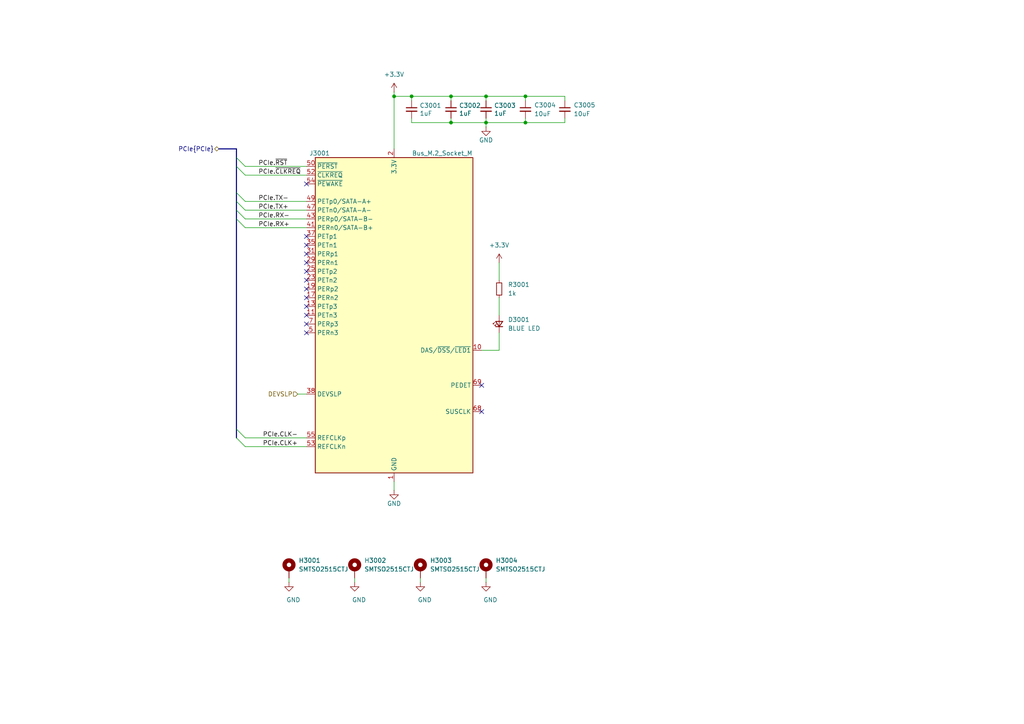
<source format=kicad_sch>
(kicad_sch (version 20250114) (generator "eeschema") (generator_version "9.0")
  (paper "A4")
  (title_block (title "HALPI2") (date "2025-01-26") (rev "v0.0.1") (company "Hat Labs Oy") (comment 1 "https://ohwr.org/cern_ohl_s_v2.pdf") (comment 2 "To view a copy of this license, visit ") (comment 3 "HALPI2 is licensed under CERN-OHL-S v2."))
  (lib_symbols
    (symbol "Device:C_Small" (pin_numbers (hide yes)) (pin_names (offset 0.254) (hide yes))
      (property "Reference" "C" (at 0.254 1.778 0))
      (property "Value" "C_Small" (at 0.254 -2.032 0))
      (symbol "C_Small_0_1"
        (polyline (pts (xy -1.524 0.508) (xy 1.524 0.508)) (stroke (width 0.3048)))
        (polyline (pts (xy -1.524 -0.508) (xy 1.524 -0.508)) (stroke (width 0.3302)))
      )
      (symbol "C_Small_1_1"
        (pin passive line (at 0 2.54 270) (length 2.032) (name "~") (number "1"))
        (pin passive line (at 0 -2.54 90) (length 2.032) (name "~") (number "2"))
      )
    )
    (symbol "Device:LED_Small" (pin_numbers (hide yes)) (pin_names (offset 0.254) (hide yes))
      (property "Reference" "D" (at -1.27 3.175 0))
      (property "Value" "LED_Small" (at -4.445 -2.54 0))
      (symbol "LED_Small_0_1"
        (polyline (pts (xy -0.762 -1.016) (xy -0.762 1.016)) (stroke (width 0.254)))
        (polyline (pts (xy 0 0.762) (xy -0.508 1.27) (xy -0.254 1.27) (xy -0.508 1.27) (xy -0.508 1.016)))
        (polyline (pts (xy 0.508 1.27) (xy 0 1.778) (xy 0.254 1.778) (xy 0 1.778) (xy 0 1.524)))
        (polyline (pts (xy 0.762 -1.016) (xy -0.762 0) (xy 0.762 1.016) (xy 0.762 -1.016)) (stroke (width 0.254)))
        (polyline (pts (xy 1.016 0) (xy -0.762 0)))
      )
      (symbol "LED_Small_1_1"
        (pin passive line (at -2.54 0 0) (length 1.778) (name "K") (number "1"))
        (pin passive line (at 2.54 0 180) (length 1.778) (name "A") (number "2"))
      )
    )
    (symbol "Device:R_Small" (pin_numbers (hide yes)) (pin_names (offset 0.254) (hide yes))
      (property "Reference" "R" (at 0.762 0.508 0))
      (property "Value" "R_Small" (at 0.762 -1.016 0))
      (symbol "R_Small_0_1"
        (rectangle (start -0.762 1.778) (end 0.762 -1.778) (stroke (width 0.2032)))
      )
      (symbol "R_Small_1_1"
        (pin passive line (at 0 2.54 270) (length 0.762) (name "~") (number "1"))
        (pin passive line (at 0 -2.54 90) (length 0.762) (name "~") (number "2"))
      )
    )
    (symbol "Hatlabs:Bus_M.2_Socket_M"
      (property "Reference" "J" (at -22.86 46.99 0))
      (property "Value" "Bus_M.2_Socket_M" (at 16.51 46.99 0))
      (symbol "Bus_M.2_Socket_M_0_1"
        (rectangle (start -22.86 45.72) (end 22.86 -45.72) (stroke (width 0.254)) (fill (type background)))
      )
      (symbol "Bus_M.2_Socket_M_1_1"
        (pin input line (at -25.4 43.18 0) (length 2.54) (name "~{PERST}") (number "50"))
        (pin bidirectional line (at -25.4 40.64 0) (length 2.54) (name "~{CLKREQ}") (number "52"))
        (pin bidirectional line (at -25.4 38.1 0) (length 2.54) (name "~{PEWAKE}") (number "54"))
        (pin input line (at -25.4 33.02 0) (length 2.54) (name "PETp0/SATA-A+") (number "49"))
        (pin input line (at -25.4 30.48 0) (length 2.54) (name "PETn0/SATA-A-") (number "47"))
        (pin output line (at -25.4 27.94 0) (length 2.54) (name "PERp0/SATA-B-") (number "43"))
        (pin output line (at -25.4 25.4 0) (length 2.54) (name "PERn0/SATA-B+") (number "41"))
        (pin input line (at -25.4 22.86 0) (length 2.54) (name "PETp1") (number "37"))
        (pin input line (at -25.4 20.32 0) (length 2.54) (name "PETn1") (number "35"))
        (pin output line (at -25.4 17.78 0) (length 2.54) (name "PERp1") (number "31"))
        (pin output line (at -25.4 15.24 0) (length 2.54) (name "PERn1") (number "29"))
        (pin input line (at -25.4 12.7 0) (length 2.54) (name "PETp2") (number "25"))
        (pin input line (at -25.4 10.16 0) (length 2.54) (name "PETn2") (number "23"))
        (pin output line (at -25.4 7.62 0) (length 2.54) (name "PERp2") (number "19"))
        (pin output line (at -25.4 5.08 0) (length 2.54) (name "PERn2") (number "17"))
        (pin input line (at -25.4 2.54 0) (length 2.54) (name "PETp3") (number "13"))
        (pin input line (at -25.4 0 0) (length 2.54) (name "PETn3") (number "11"))
        (pin output line (at -25.4 -2.54 0) (length 2.54) (name "PERp3") (number "7"))
        (pin output line (at -25.4 -5.08 0) (length 2.54) (name "PERn3") (number "5"))
        (pin output line (at -25.4 -22.86 0) (length 2.54) (name "DEVSLP") (number "38"))
        (pin input line (at -25.4 -35.56 0) (length 2.54) (name "REFCLKp") (number "55"))
        (pin input line (at -25.4 -38.1 0) (length 2.54) (name "REFCLKn") (number "53"))
        (pin passive line (at 0 48.26 270) (length 2.54) (hide yes) (name "3.3V") (number "12"))
        (pin passive line (at 0 48.26 270) (length 2.54) (hide yes) (name "3.3V") (number "14"))
        (pin passive line (at 0 48.26 270) (length 2.54) (hide yes) (name "3.3V") (number "16"))
        (pin passive line (at 0 48.26 270) (length 2.54) (hide yes) (name "3.3V") (number "18"))
        (pin power_in line (at 0 48.26 270) (length 2.54) (name "3.3V") (number "2"))
        (pin passive line (at 0 48.26 270) (length 2.54) (hide yes) (name "3.3V") (number "4"))
        (pin passive line (at 0 48.26 270) (length 2.54) (hide yes) (name "3.3V") (number "70"))
        (pin passive line (at 0 48.26 270) (length 2.54) (hide yes) (name "3.3V") (number "72"))
        (pin passive line (at 0 48.26 270) (length 2.54) (hide yes) (name "3.3V") (number "74"))
        (pin power_in line (at 0 -48.26 90) (length 2.54) (name "GND") (number "1"))
        (pin passive line (at 0 -48.26 90) (length 2.54) (hide yes) (name "GND") (number "15"))
        (pin passive line (at 0 -48.26 90) (length 2.54) (hide yes) (name "GND") (number "21"))
        (pin passive line (at 0 -48.26 90) (length 2.54) (hide yes) (name "GND") (number "27"))
        (pin passive line (at 0 -48.26 90) (length 2.54) (hide yes) (name "GND") (number "3"))
        (pin passive line (at 0 -48.26 90) (length 2.54) (hide yes) (name "GND") (number "33"))
        (pin passive line (at 0 -48.26 90) (length 2.54) (hide yes) (name "GND") (number "39"))
        (pin passive line (at 0 -48.26 90) (length 2.54) (hide yes) (name "GND") (number "45"))
        (pin passive line (at 0 -48.26 90) (length 2.54) (hide yes) (name "GND") (number "51"))
        (pin passive line (at 0 -48.26 90) (length 2.54) (hide yes) (name "GND") (number "57"))
        (pin passive line (at 0 -48.26 90) (length 2.54) (hide yes) (name "GND") (number "71"))
        (pin passive line (at 0 -48.26 90) (length 2.54) (hide yes) (name "GND") (number "73"))
        (pin passive line (at 0 -48.26 90) (length 2.54) (hide yes) (name "GND") (number "75"))
        (pin passive line (at 0 -48.26 90) (length 2.54) (hide yes) (name "GND") (number "9"))
        (pin power_in line (at 0 -48.26 90) (length 2.54) (hide yes) (name "GND") (number "MP"))
        (pin no_connect line (at 22.86 40.64 180) (length 2.54) (hide yes) (name "NC") (number "58"))
        (pin no_connect line (at 22.86 38.1 180) (length 2.54) (hide yes) (name "NC") (number "56"))
        (pin no_connect line (at 22.86 35.56 180) (length 2.54) (hide yes) (name "NC") (number "48"))
        (pin no_connect line (at 22.86 33.02 180) (length 2.54) (hide yes) (name "NC") (number "46"))
        (pin no_connect line (at 22.86 30.48 180) (length 2.54) (hide yes) (name "NC") (number "44"))
        (pin no_connect line (at 22.86 27.94 180) (length 2.54) (hide yes) (name "NC") (number "42"))
        (pin no_connect line (at 22.86 25.4 180) (length 2.54) (hide yes) (name "NC") (number "40"))
        (pin no_connect line (at 22.86 22.86 180) (length 2.54) (hide yes) (name "NC") (number "36"))
        (pin no_connect line (at 22.86 20.32 180) (length 2.54) (hide yes) (name "NC") (number "34"))
        (pin no_connect line (at 22.86 17.78 180) (length 2.54) (hide yes) (name "NC") (number "32"))
        (pin no_connect line (at 22.86 15.24 180) (length 2.54) (hide yes) (name "NC") (number "30"))
        (pin no_connect line (at 22.86 12.7 180) (length 2.54) (hide yes) (name "NC") (number "28"))
        (pin no_connect line (at 22.86 10.16 180) (length 2.54) (hide yes) (name "NC") (number "26"))
        (pin no_connect line (at 22.86 7.62 180) (length 2.54) (hide yes) (name "NC") (number "24"))
        (pin no_connect line (at 22.86 5.08 180) (length 2.54) (hide yes) (name "NC") (number "22"))
        (pin no_connect line (at 22.86 2.54 180) (length 2.54) (hide yes) (name "NC") (number "20"))
        (pin no_connect line (at 22.86 0 180) (length 2.54) (hide yes) (name "NC") (number "8"))
        (pin no_connect line (at 22.86 -2.54 180) (length 2.54) (hide yes) (name "NC") (number "6"))
        (pin no_connect line (at 22.86 -5.08 180) (length 2.54) (hide yes) (name "NC") (number "67"))
        (pin bidirectional line (at 25.4 -10.16 180) (length 2.54) (name "DAS/~{DSS}/~{LED1}") (number "10"))
        (pin passive line (at 25.4 -20.32 180) (length 2.54) (name "PEDET") (number "69"))
        (pin output line (at 25.4 -27.94 180) (length 2.54) (name "SUSCLK") (number "68"))
      )
    )
    (symbol "Mechanical:MountingHole_Pad" (pin_numbers (hide yes)) (pin_names (offset 1.016) (hide yes)) (exclude_from_sim yes) (in_bom no)
      (property "Reference" "H" (at 0 6.35 0))
      (property "Value" "MountingHole_Pad" (at 0 4.445 0))
      (symbol "MountingHole_Pad_0_1"
        (circle (center 0 1.27) (radius 1.27) (stroke (width 1.27)))
      )
      (symbol "MountingHole_Pad_1_1"
        (pin input line (at 0 -2.54 90) (length 2.54) (name "1") (number "1"))
      )
    )
    (symbol "power:+3.3V" (power) (pin_numbers (hide yes)) (pin_names (offset 0) (hide yes))
      (property "Value" "+3.3V" (at 0 3.556 0))
      (symbol "+3.3V_0_1"
        (polyline (pts (xy -0.762 1.27) (xy 0 2.54)))
        (polyline (pts (xy 0 2.54) (xy 0.762 1.27)))
        (polyline (pts (xy 0 0) (xy 0 2.54)))
      )
      (symbol "+3.3V_1_1"
        (pin power_in line (at 0 0 90) (length 0) (name "~") (number "1"))
      )
    )
    (symbol "power:GND" (power) (pin_numbers (hide yes)) (pin_names (offset 0) (hide yes))
      (property "Value" "GND" (at 0 -3.81 0))
      (symbol "GND_0_1"
        (polyline (pts (xy 0 0) (xy 0 -1.27) (xy 1.27 -1.27) (xy 0 -2.54) (xy -1.27 -1.27) (xy 0 -1.27)))
      )
      (symbol "GND_1_1"
        (pin power_in line (at 0 0 270) (length 0) (name "~") (number "1"))
      )
    )
  )
  (junction (at 114.3 27.94))
  (junction (at 152.4 35.56))
  (junction (at 119.38 27.94) (diameter 0.9144))
  (junction (at 130.81 27.94) (diameter 0.9144))
  (junction (at 152.4 27.94))
  (junction (at 130.81 35.56) (diameter 0.9144))
  (junction (at 140.97 35.56))
  (junction (at 140.97 27.94))
  (no_connect (at 139.7 111.76))
  (no_connect (at 88.9 91.44))
  (no_connect (at 139.7 119.38))
  (no_connect (at 88.9 96.52))
  (no_connect (at 88.9 76.2))
  (no_connect (at 88.9 88.9))
  (no_connect (at 88.9 71.12))
  (no_connect (at 88.9 78.74))
  (no_connect (at 88.9 68.58))
  (no_connect (at 88.9 93.98))
  (no_connect (at 88.9 86.36))
  (no_connect (at 88.9 53.34))
  (no_connect (at 88.9 83.82))
  (no_connect (at 88.9 81.28))
  (no_connect (at 88.9 73.66))
  (bus_entry (at 68.58 45.72) (size 2.54 2.54) (stroke (width 0.1524)))
  (bus_entry (at 68.58 63.5) (size 2.54 2.54) (stroke (width 0.1524)))
  (bus_entry (at 68.58 127) (size 2.54 2.54) (stroke (width 0.1524)))
  (bus_entry (at 68.58 124.46) (size 2.54 2.54) (stroke (width 0.1524)))
  (bus_entry (at 68.58 60.96) (size 2.54 2.54) (stroke (width 0.1524)))
  (bus_entry (at 68.58 58.42) (size 2.54 2.54) (stroke (width 0.1524)))
  (bus_entry (at 68.58 55.88) (size 2.54 2.54) (stroke (width 0.1524)))
  (bus_entry (at 68.58 48.26) (size 2.54 2.54) (stroke (width 0.1524)))
  (wire (pts (xy 130.81 34.29) (xy 130.81 35.56)))
  (wire (pts (xy 140.97 27.94) (xy 140.97 29.21)))
  (wire (pts (xy 130.81 27.94) (xy 130.81 29.21)))
  (wire (pts (xy 121.92 168.91) (xy 121.92 167.64)))
  (wire (pts (xy 140.97 35.56) (xy 140.97 36.83)))
  (wire (pts (xy 144.78 96.52) (xy 144.78 101.6)))
  (wire (pts (xy 114.3 26.67) (xy 114.3 27.94)))
  (wire (pts (xy 71.12 58.42) (xy 88.9 58.42)))
  (wire (pts (xy 119.38 27.94) (xy 119.38 29.21)))
  (wire (pts (xy 114.3 27.94) (xy 119.38 27.94)))
  (wire (pts (xy 71.12 60.96) (xy 88.9 60.96)))
  (wire (pts (xy 139.7 101.6) (xy 144.78 101.6)))
  (wire (pts (xy 71.12 66.04) (xy 88.9 66.04)))
  (wire (pts (xy 71.12 127) (xy 88.9 127)))
  (wire (pts (xy 119.38 27.94) (xy 130.81 27.94)))
  (wire (pts (xy 130.81 27.94) (xy 140.97 27.94)))
  (bus (pts (xy 63.5 43.18) (xy 68.58 43.18)))
  (wire (pts (xy 144.78 86.36) (xy 144.78 91.44)))
  (wire (pts (xy 140.97 34.29) (xy 140.97 35.56)))
  (wire (pts (xy 140.97 168.91) (xy 140.97 167.64)))
  (wire (pts (xy 86.36 114.3) (xy 88.9 114.3)))
  (wire (pts (xy 163.83 34.29) (xy 163.83 35.56)))
  (wire (pts (xy 119.38 34.29) (xy 119.38 35.56)))
  (wire (pts (xy 71.12 63.5) (xy 88.9 63.5)))
  (wire (pts (xy 114.3 139.7) (xy 114.3 142.24)))
  (wire (pts (xy 163.83 29.21) (xy 163.83 27.94)))
  (wire (pts (xy 71.12 129.54) (xy 88.9 129.54)))
  (wire (pts (xy 130.81 35.56) (xy 140.97 35.56)))
  (wire (pts (xy 119.38 35.56) (xy 130.81 35.56)))
  (wire (pts (xy 83.82 168.91) (xy 83.82 167.64)))
  (wire (pts (xy 152.4 35.56) (xy 140.97 35.56)))
  (wire (pts (xy 144.78 76.2) (xy 144.78 81.28)))
  (wire (pts (xy 152.4 27.94) (xy 140.97 27.94)))
  (wire (pts (xy 114.3 27.94) (xy 114.3 43.18)))
  (wire (pts (xy 152.4 34.29) (xy 152.4 35.56)))
  (wire (pts (xy 163.83 27.94) (xy 152.4 27.94)))
  (bus (pts (xy 68.58 55.88) (xy 68.58 58.42)))
  (bus (pts (xy 68.58 58.42) (xy 68.58 60.96)))
  (bus (pts (xy 68.58 60.96) (xy 68.58 63.5)))
  (bus (pts (xy 68.58 43.18) (xy 68.58 45.72)))
  (bus (pts (xy 68.58 45.72) (xy 68.58 48.26)))
  (bus (pts (xy 68.58 48.26) (xy 68.58 55.88)))
  (bus (pts (xy 68.58 63.5) (xy 68.58 124.46)))
  (bus (pts (xy 68.58 124.46) (xy 68.58 127)))
  (wire (pts (xy 71.12 48.26) (xy 88.9 48.26)))
  (wire (pts (xy 71.12 50.8) (xy 88.9 50.8)))
  (wire (pts (xy 102.87 168.91) (xy 102.87 167.64)))
  (wire (pts (xy 163.83 35.56) (xy 152.4 35.56)))
  (wire (pts (xy 152.4 27.94) (xy 152.4 29.21)))
  (label "PCIe.CLK-" (at 76.2 127 0))
  (label "PCIe.~{CLKREQ}" (at 74.93 50.8 0))
  (label "PCIe.RX-" (at 74.93 63.5 0))
  (label "PCIe.RX+" (at 74.93 66.04 0))
  (label "PCIe.TX-" (at 74.93 58.42 0))
  (label "PCIe.~{RST}" (at 74.93 48.26 0))
  (label "PCIe.TX+" (at 74.93 60.96 0))
  (label "PCIe.CLK+" (at 76.2 129.54 0))
  (hierarchical_label "PCIe{PCIe}" (shape bidirectional) (at 63.5 43.18 180))
  (hierarchical_label "DEVSLP" (shape input) (at 86.36 114.3 180))
  (symbol (lib_id "Device:C_Small") (at 119.38 31.75 0) (unit 1)
    (property "Reference" "C3001" (at 121.7042 30.6006 0) (effects (justify left)))
    (property "Value" "1uF" (at 121.704 32.899 0) (effects (justify left)))
    (property "Footprint" "Capacitor_SMD:C_0402_1005Metric" (effects (hide yes)))
    (property "Description" "Unpolarized capacitor, small symbol" (effects (hide yes)))
    (property "LCSC" "C52923" (effects (hide yes)))
  )
  (symbol (lib_id "Device:C_Small") (at 130.81 31.75 0) (unit 1)
    (property "Reference" "C3002" (at 133.1342 30.6006 0) (effects (justify left)))
    (property "Value" "1uF" (at 133.134 32.899 0) (effects (justify left)))
    (property "Footprint" "Capacitor_SMD:C_0402_1005Metric" (effects (hide yes)))
    (property "Description" "Unpolarized capacitor, small symbol" (effects (hide yes)))
    (property "LCSC" "C52923" (effects (hide yes)))
  )
  (symbol (lib_id "Hatlabs:Bus_M.2_Socket_M") (at 114.3 91.44 0) (unit 1)
    (property "Reference" "J3001" (at 92.71 44.45 0))
    (property "Value" "Bus_M.2_Socket_M" (at 128.27 44.45 0))
    (property "Footprint" "Hatlabs:M.2_M-Key_Socket" (effects (hide yes)))
    (property "Datasheet" "https://web.archive.org/web/20200613074028/http://read.pudn.com/downloads794/doc/project/3133918/PCIe_M.2_Electromechanical_Spec_Rev1.0_Final_11012013_RS_Clean.pdf#page=155" (effects (hide yes)))
    (property "Description" "M.2 Socket 3 Mechanical Key M" (effects (hide yes)))
    (property "LCSC" "C2832351" (effects (hide yes)))
    (property "Component Class" "fine_pitch" (effects (hide yes)))
  )
  (symbol (lib_id "Device:LED_Small") (at 144.78 93.98 90) (unit 1)
    (property "Reference" "D3001" (at 147.32 92.71 90) (effects (justify right)))
    (property "Value" "BLUE LED" (at 147.32 95.25 90) (effects (justify right)))
    (property "Footprint" "LED_SMD:LED_0603_1608Metric" (effects (hide yes)))
    (property "Description" "Light emitting diode, small symbol" (effects (hide yes)))
    (property "LCSC" "C84266" (effects (hide yes)))
    (property "Sim.Pin" "1=K 2=A" (effects (hide yes)))
  )
  (symbol (lib_id "Device:C_Small") (at 163.83 31.75 0) (unit 1)
    (property "Reference" "C3005" (at 166.37 30.4862 0) (effects (justify left)))
    (property "Value" "10uF" (at 166.37 33.0262 0) (effects (justify left)))
    (property "Footprint" "Capacitor_SMD:C_0805_2012Metric" (effects (hide yes)))
    (property "Description" "Unpolarized capacitor, small symbol" (effects (hide yes)))
    (property "LCSC" "C15850" (effects (hide yes)))
  )
  (symbol (lib_id "power:GND") (at 102.87 168.91 0) (unit 1)
    (property "Reference" "#PWR03002" (effects (hide yes)))
    (property "Value" "GND" (at 104.14 173.99 0))
    (property "Description" "Power symbol creates a global label with name \"GND\" , ground" (effects (hide yes)))
  )
  (symbol (lib_id "Mechanical:MountingHole_Pad") (at 83.82 165.1 0) (unit 1)
    (property "Reference" "H3001" (at 86.614 162.5599 0) (effects (justify left)))
    (property "Value" "SMTSO2515CTJ" (at 86.614 165.0999 0) (effects (justify left)))
    (property "Footprint" "Hatlabs:SMTSO2515CTJ" (effects (hide yes)))
    (property "Description" "Mounting Hole with connection" (effects (hide yes)))
    (property "LCSC" "C2915629" (effects (hide yes)))
  )
  (symbol (lib_id "Mechanical:MountingHole_Pad") (at 140.97 165.1 0) (unit 1)
    (property "Reference" "H3004" (at 143.764 162.5599 0) (effects (justify left)))
    (property "Value" "SMTSO2515CTJ" (at 143.764 165.0999 0) (effects (justify left)))
    (property "Footprint" "Hatlabs:SMTSO2515CTJ" (effects (hide yes)))
    (property "Description" "Mounting Hole with connection" (effects (hide yes)))
    (property "LCSC" "C2915629" (effects (hide yes)))
  )
  (symbol (lib_id "Device:C_Small") (at 140.97 31.75 0) (unit 1)
    (property "Reference" "C3003" (at 143.2942 30.6006 0) (effects (justify left)))
    (property "Value" "1uF" (at 143.294 32.899 0) (effects (justify left)))
    (property "Footprint" "Capacitor_SMD:C_0402_1005Metric" (effects (hide yes)))
    (property "Description" "Unpolarized capacitor, small symbol" (effects (hide yes)))
    (property "LCSC" "C52923" (effects (hide yes)))
  )
  (symbol (lib_id "power:+3.3V") (at 144.78 76.2 0) (unit 1)
    (property "Reference" "#PWR03008" (effects (hide yes)))
    (property "Value" "+3.3V" (at 144.78 71.12 0))
    (property "Description" "Power symbol creates a global label with name \"+3.3V\"" (effects (hide yes)))
  )
  (symbol (lib_id "power:+3.3V") (at 114.3 26.67 0) (unit 1)
    (property "Reference" "#PWR03003" (effects (hide yes)))
    (property "Value" "+3.3V" (at 114.3 21.59 0))
    (property "Description" "Power symbol creates a global label with name \"+3.3V\"" (effects (hide yes)))
  )
  (symbol (lib_id "Device:R_Small") (at 144.78 83.82 0) (unit 1)
    (property "Reference" "R3001" (at 147.32 82.55 0) (effects (justify left)))
    (property "Value" "1k" (at 147.32 85.09 0) (effects (justify left)))
    (property "Footprint" "Resistor_SMD:R_0402_1005Metric" (effects (hide yes)))
    (property "Description" "Resistor, small symbol" (effects (hide yes)))
    (property "LCSC" "C11702" (effects (hide yes)))
  )
  (symbol (lib_id "power:GND") (at 140.97 36.83 0) (unit 1)
    (property "Reference" "#PWR03006" (effects (hide yes)))
    (property "Value" "GND" (at 140.97 40.64 0))
    (property "Description" "Power symbol creates a global label with name \"GND\" , ground" (effects (hide yes)))
  )
  (symbol (lib_id "Mechanical:MountingHole_Pad") (at 102.87 165.1 0) (unit 1)
    (property "Reference" "H3002" (at 105.664 162.5599 0) (effects (justify left)))
    (property "Value" "SMTSO2515CTJ" (at 105.664 165.0999 0) (effects (justify left)))
    (property "Footprint" "Hatlabs:SMTSO2515CTJ" (effects (hide yes)))
    (property "Description" "Mounting Hole with connection" (effects (hide yes)))
    (property "LCSC" "C2915629" (effects (hide yes)))
  )
  (symbol (lib_id "power:GND") (at 140.97 168.91 0) (unit 1)
    (property "Reference" "#PWR03007" (effects (hide yes)))
    (property "Value" "GND" (at 142.24 173.99 0))
    (property "Description" "Power symbol creates a global label with name \"GND\" , ground" (effects (hide yes)))
  )
  (symbol (lib_id "Mechanical:MountingHole_Pad") (at 121.92 165.1 0) (unit 1)
    (property "Reference" "H3003" (at 124.714 162.5599 0) (effects (justify left)))
    (property "Value" "SMTSO2515CTJ" (at 124.714 165.0999 0) (effects (justify left)))
    (property "Footprint" "Hatlabs:SMTSO2515CTJ" (effects (hide yes)))
    (property "Description" "Mounting Hole with connection" (effects (hide yes)))
    (property "LCSC" "C2915629" (effects (hide yes)))
  )
  (symbol (lib_id "power:GND") (at 121.92 168.91 0) (unit 1)
    (property "Reference" "#PWR03005" (effects (hide yes)))
    (property "Value" "GND" (at 123.19 173.99 0))
    (property "Description" "Power symbol creates a global label with name \"GND\" , ground" (effects (hide yes)))
  )
  (symbol (lib_id "power:GND") (at 83.82 168.91 0) (unit 1)
    (property "Reference" "#PWR03001" (effects (hide yes)))
    (property "Value" "GND" (at 85.09 173.99 0))
    (property "Description" "Power symbol creates a global label with name \"GND\" , ground" (effects (hide yes)))
  )
  (symbol (lib_id "Device:C_Small") (at 152.4 31.75 0) (unit 1)
    (property "Reference" "C3004" (at 154.94 30.4862 0) (effects (justify left)))
    (property "Value" "10uF" (at 154.94 33.0262 0) (effects (justify left)))
    (property "Footprint" "Capacitor_SMD:C_0805_2012Metric" (effects (hide yes)))
    (property "Description" "Unpolarized capacitor, small symbol" (effects (hide yes)))
    (property "LCSC" "C15850" (effects (hide yes)))
  )
  (symbol (lib_id "power:GND") (at 114.3 142.24 0) (unit 1)
    (property "Reference" "#PWR03004" (effects (hide yes)))
    (property "Value" "GND" (at 114.3 146.05 0))
    (property "Description" "Power symbol creates a global label with name \"GND\" , ground" (effects (hide yes)))
  )
)
</source>
